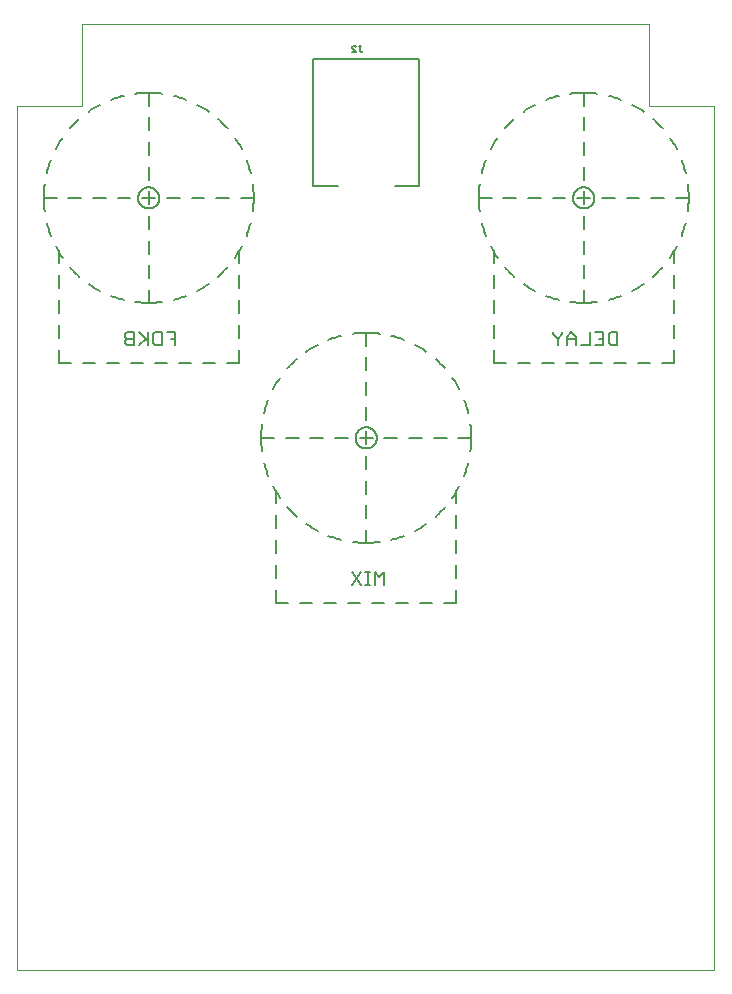
<source format=gbo>
G75*
%MOIN*%
%OFA0B0*%
%FSLAX25Y25*%
%IPPOS*%
%LPD*%
%AMOC8*
5,1,8,0,0,1.08239X$1,22.5*
%
%ADD10C,0.00500*%
%ADD11C,0.00600*%
%ADD12C,0.00800*%
%ADD13C,0.00000*%
D10*
X0091250Y0157563D02*
X0095305Y0157563D01*
X0091250Y0157563D02*
X0091250Y0161901D01*
X0091250Y0165838D02*
X0091250Y0170176D01*
X0091250Y0174113D02*
X0091250Y0178450D01*
X0091250Y0182387D02*
X0091250Y0186725D01*
X0091250Y0190662D02*
X0091250Y0195000D01*
X0090528Y0212500D02*
X0086250Y0212500D01*
X0094465Y0212500D02*
X0098743Y0212500D01*
X0102680Y0212500D02*
X0106959Y0212500D01*
X0110896Y0212500D02*
X0115174Y0212500D01*
X0119111Y0212500D02*
X0123389Y0212500D01*
X0155243Y0220835D02*
X0155057Y0221558D01*
X0154857Y0222277D01*
X0154640Y0222992D01*
X0154409Y0223702D01*
X0154163Y0224407D01*
X0153901Y0225106D01*
X0151972Y0212500D02*
X0156250Y0212500D01*
X0148035Y0212500D02*
X0143757Y0212500D01*
X0139820Y0212500D02*
X0135541Y0212500D01*
X0131604Y0212500D02*
X0127326Y0212500D01*
X0147531Y0235615D02*
X0147032Y0236171D01*
X0146521Y0236715D01*
X0145999Y0237249D01*
X0145465Y0237771D01*
X0144921Y0238282D01*
X0144365Y0238781D01*
X0163750Y0237563D02*
X0167805Y0237563D01*
X0171742Y0237563D02*
X0175797Y0237563D01*
X0179734Y0237563D02*
X0183789Y0237563D01*
X0187726Y0237563D02*
X0191781Y0237563D01*
X0195719Y0237563D02*
X0199774Y0237563D01*
X0203711Y0237563D02*
X0207766Y0237563D01*
X0211703Y0237563D02*
X0215758Y0237563D01*
X0219695Y0237563D02*
X0223750Y0237563D01*
X0223750Y0241901D01*
X0223750Y0245838D02*
X0223750Y0250176D01*
X0223750Y0254113D02*
X0223750Y0258450D01*
X0223750Y0262387D02*
X0223750Y0266725D01*
X0223750Y0270662D02*
X0223750Y0275000D01*
X0224472Y0292500D02*
X0228750Y0292500D01*
X0220535Y0292500D02*
X0216257Y0292500D01*
X0212320Y0292500D02*
X0208041Y0292500D01*
X0204104Y0292500D02*
X0199826Y0292500D01*
X0195889Y0292500D02*
X0191611Y0292500D01*
X0159757Y0300835D02*
X0159943Y0301558D01*
X0160143Y0302277D01*
X0160360Y0302992D01*
X0160591Y0303702D01*
X0160837Y0304407D01*
X0161099Y0305106D01*
X0163028Y0292500D02*
X0158750Y0292500D01*
X0166965Y0292500D02*
X0171243Y0292500D01*
X0175180Y0292500D02*
X0179459Y0292500D01*
X0183396Y0292500D02*
X0187674Y0292500D01*
X0167469Y0315615D02*
X0167968Y0316171D01*
X0168479Y0316715D01*
X0169001Y0317249D01*
X0169535Y0317771D01*
X0170079Y0318282D01*
X0170635Y0318781D01*
X0193750Y0319285D02*
X0193750Y0315007D01*
X0193750Y0311070D02*
X0193750Y0306791D01*
X0193750Y0302854D02*
X0193750Y0298576D01*
X0193750Y0294639D02*
X0193750Y0290361D01*
X0185414Y0258507D02*
X0184691Y0258693D01*
X0183972Y0258894D01*
X0183258Y0259110D01*
X0182548Y0259341D01*
X0181843Y0259588D01*
X0181144Y0259849D01*
X0193750Y0261778D02*
X0193750Y0257500D01*
X0193750Y0265715D02*
X0193750Y0269993D01*
X0193750Y0273930D02*
X0193750Y0278209D01*
X0193750Y0282146D02*
X0193750Y0286424D01*
X0202086Y0258507D02*
X0202809Y0258693D01*
X0203528Y0258894D01*
X0204242Y0259110D01*
X0204952Y0259341D01*
X0205657Y0259588D01*
X0206356Y0259849D01*
X0165041Y0272481D02*
X0164620Y0273098D01*
X0164213Y0273723D01*
X0163819Y0274357D01*
X0163439Y0275000D01*
X0163073Y0275650D01*
X0162720Y0276309D01*
X0163750Y0275000D02*
X0163750Y0270662D01*
X0163750Y0266725D02*
X0163750Y0262387D01*
X0163750Y0258450D02*
X0163750Y0254113D01*
X0163750Y0250176D02*
X0163750Y0245838D01*
X0163750Y0241901D02*
X0163750Y0237563D01*
X0151250Y0195000D02*
X0151250Y0190662D01*
X0151250Y0186725D02*
X0151250Y0182387D01*
X0151250Y0178450D02*
X0151250Y0174113D01*
X0151250Y0170176D02*
X0151250Y0165838D01*
X0151250Y0161901D02*
X0151250Y0157563D01*
X0147195Y0157563D01*
X0143258Y0157563D02*
X0139203Y0157563D01*
X0135266Y0157563D02*
X0131211Y0157563D01*
X0127274Y0157563D02*
X0123219Y0157563D01*
X0119281Y0157563D02*
X0115226Y0157563D01*
X0111289Y0157563D02*
X0107234Y0157563D01*
X0103297Y0157563D02*
X0099242Y0157563D01*
X0121250Y0177500D02*
X0121250Y0181778D01*
X0121250Y0185715D02*
X0121250Y0189993D01*
X0121250Y0193930D02*
X0121250Y0198209D01*
X0121250Y0202146D02*
X0121250Y0206424D01*
X0121250Y0210361D02*
X0121250Y0214639D01*
X0129585Y0246493D02*
X0130308Y0246307D01*
X0131027Y0246107D01*
X0131742Y0245890D01*
X0132452Y0245659D01*
X0133157Y0245413D01*
X0133856Y0245151D01*
X0121250Y0243222D02*
X0121250Y0247500D01*
X0121250Y0239285D02*
X0121250Y0235007D01*
X0121250Y0231070D02*
X0121250Y0226791D01*
X0121250Y0222854D02*
X0121250Y0218576D01*
X0112915Y0246493D02*
X0112192Y0246307D01*
X0111473Y0246107D01*
X0110758Y0245890D01*
X0110048Y0245659D01*
X0109343Y0245413D01*
X0108644Y0245151D01*
X0098135Y0238781D02*
X0097579Y0238282D01*
X0097035Y0237771D01*
X0096501Y0237249D01*
X0095979Y0236715D01*
X0095468Y0236171D01*
X0094969Y0235615D01*
X0078750Y0237563D02*
X0074695Y0237563D01*
X0078750Y0237563D02*
X0078750Y0241901D01*
X0078750Y0245838D02*
X0078750Y0250176D01*
X0078750Y0254113D02*
X0078750Y0258450D01*
X0078750Y0262387D02*
X0078750Y0266725D01*
X0078750Y0270662D02*
X0078750Y0275000D01*
X0079472Y0292500D02*
X0083750Y0292500D01*
X0075535Y0292500D02*
X0071257Y0292500D01*
X0067320Y0292500D02*
X0063041Y0292500D01*
X0059104Y0292500D02*
X0054826Y0292500D01*
X0050889Y0292500D02*
X0046611Y0292500D01*
X0014757Y0300835D02*
X0014943Y0301558D01*
X0015143Y0302277D01*
X0015360Y0302992D01*
X0015591Y0303702D01*
X0015837Y0304407D01*
X0016099Y0305106D01*
X0018028Y0292500D02*
X0013750Y0292500D01*
X0021965Y0292500D02*
X0026243Y0292500D01*
X0030180Y0292500D02*
X0034459Y0292500D01*
X0038396Y0292500D02*
X0042674Y0292500D01*
X0022469Y0315615D02*
X0022968Y0316171D01*
X0023479Y0316715D01*
X0024001Y0317249D01*
X0024535Y0317771D01*
X0025079Y0318282D01*
X0025635Y0318781D01*
X0048750Y0319285D02*
X0048750Y0315007D01*
X0048750Y0311070D02*
X0048750Y0306791D01*
X0048750Y0302854D02*
X0048750Y0298576D01*
X0048750Y0294639D02*
X0048750Y0290361D01*
X0040414Y0258507D02*
X0039691Y0258693D01*
X0038972Y0258894D01*
X0038258Y0259110D01*
X0037548Y0259341D01*
X0036843Y0259588D01*
X0036144Y0259849D01*
X0048750Y0261778D02*
X0048750Y0257500D01*
X0048750Y0265715D02*
X0048750Y0269993D01*
X0048750Y0273930D02*
X0048750Y0278209D01*
X0048750Y0282146D02*
X0048750Y0286424D01*
X0057086Y0258507D02*
X0057809Y0258693D01*
X0058528Y0258894D01*
X0059242Y0259110D01*
X0059952Y0259341D01*
X0060657Y0259588D01*
X0061356Y0259849D01*
X0062766Y0237563D02*
X0058711Y0237563D01*
X0054774Y0237563D02*
X0050719Y0237563D01*
X0046781Y0237563D02*
X0042726Y0237563D01*
X0038789Y0237563D02*
X0034734Y0237563D01*
X0030797Y0237563D02*
X0026742Y0237563D01*
X0022805Y0237563D02*
X0018750Y0237563D01*
X0018750Y0241901D01*
X0018750Y0245838D02*
X0018750Y0250176D01*
X0018750Y0254113D02*
X0018750Y0258450D01*
X0018750Y0262387D02*
X0018750Y0266725D01*
X0018750Y0270662D02*
X0018750Y0275000D01*
X0044283Y0327214D02*
X0045025Y0327301D01*
X0045768Y0327373D01*
X0046512Y0327428D01*
X0047258Y0327468D01*
X0048004Y0327492D01*
X0048750Y0327500D01*
X0048750Y0323222D01*
X0057085Y0326493D02*
X0057808Y0326307D01*
X0058527Y0326107D01*
X0059242Y0325890D01*
X0059952Y0325659D01*
X0060657Y0325413D01*
X0061356Y0325151D01*
X0071865Y0318781D02*
X0072421Y0318282D01*
X0072965Y0317771D01*
X0073499Y0317249D01*
X0074021Y0316715D01*
X0074532Y0316171D01*
X0075031Y0315615D01*
X0081401Y0305106D02*
X0081663Y0304407D01*
X0081909Y0303702D01*
X0082140Y0302992D01*
X0082357Y0302277D01*
X0082557Y0301558D01*
X0082743Y0300835D01*
X0083464Y0296967D02*
X0083551Y0296225D01*
X0083623Y0295482D01*
X0083678Y0294738D01*
X0083718Y0293992D01*
X0083742Y0293246D01*
X0083750Y0292500D01*
X0116542Y0341150D02*
X0117810Y0341150D01*
X0116542Y0342418D01*
X0116542Y0342735D01*
X0116859Y0343052D01*
X0117493Y0343052D01*
X0117810Y0342735D01*
X0118752Y0343052D02*
X0119386Y0343052D01*
X0119069Y0343052D02*
X0119069Y0341467D01*
X0119386Y0341150D01*
X0119703Y0341150D01*
X0120020Y0341467D01*
X0070758Y0237563D02*
X0066703Y0237563D01*
X0020041Y0272481D02*
X0019620Y0273098D01*
X0019213Y0273723D01*
X0018819Y0274357D01*
X0018439Y0275000D01*
X0018073Y0275650D01*
X0017720Y0276309D01*
X0017720Y0308691D02*
X0018073Y0309349D01*
X0018439Y0310000D01*
X0018819Y0310642D01*
X0019213Y0311277D01*
X0019620Y0311902D01*
X0020041Y0312519D01*
X0036144Y0325151D02*
X0036843Y0325413D01*
X0037548Y0325659D01*
X0038258Y0325890D01*
X0038973Y0326107D01*
X0039692Y0326307D01*
X0040415Y0326493D01*
X0014036Y0296967D02*
X0013949Y0296225D01*
X0013877Y0295482D01*
X0013822Y0294738D01*
X0013782Y0293992D01*
X0013758Y0293246D01*
X0013750Y0292500D01*
X0028731Y0321209D02*
X0029348Y0321630D01*
X0029973Y0322037D01*
X0030608Y0322431D01*
X0031250Y0322811D01*
X0031901Y0323177D01*
X0032559Y0323530D01*
X0064941Y0323530D02*
X0065599Y0323177D01*
X0066250Y0322811D01*
X0066892Y0322431D01*
X0067527Y0322037D01*
X0068152Y0321630D01*
X0068769Y0321209D01*
X0053217Y0327214D02*
X0052475Y0327301D01*
X0051732Y0327373D01*
X0050988Y0327428D01*
X0050242Y0327468D01*
X0049496Y0327492D01*
X0048750Y0327500D01*
X0077459Y0312519D02*
X0077880Y0311902D01*
X0078287Y0311277D01*
X0078681Y0310642D01*
X0079061Y0310000D01*
X0079427Y0309349D01*
X0079780Y0308691D01*
X0013750Y0292500D02*
X0013758Y0291753D01*
X0013782Y0291007D01*
X0013822Y0290262D01*
X0013877Y0289517D01*
X0013949Y0288774D01*
X0014036Y0288033D01*
X0048750Y0257500D02*
X0049497Y0257508D01*
X0050243Y0257532D01*
X0050988Y0257572D01*
X0051733Y0257627D01*
X0052476Y0257699D01*
X0053217Y0257786D01*
X0025635Y0266219D02*
X0025079Y0266718D01*
X0024535Y0267229D01*
X0024001Y0267751D01*
X0023479Y0268285D01*
X0022968Y0268829D01*
X0022469Y0269385D01*
X0077459Y0272481D02*
X0077880Y0273098D01*
X0078287Y0273723D01*
X0078681Y0274357D01*
X0079061Y0275000D01*
X0079427Y0275650D01*
X0079780Y0276309D01*
X0048750Y0257500D02*
X0048003Y0257508D01*
X0047257Y0257532D01*
X0046512Y0257572D01*
X0045767Y0257627D01*
X0045024Y0257699D01*
X0044283Y0257786D01*
X0071865Y0266219D02*
X0072421Y0266718D01*
X0072965Y0267229D01*
X0073499Y0267751D01*
X0074021Y0268285D01*
X0074532Y0268829D01*
X0075031Y0269385D01*
X0045215Y0292500D02*
X0045217Y0292619D01*
X0045223Y0292737D01*
X0045233Y0292856D01*
X0045247Y0292974D01*
X0045265Y0293091D01*
X0045287Y0293208D01*
X0045312Y0293324D01*
X0045342Y0293439D01*
X0045375Y0293553D01*
X0045413Y0293666D01*
X0045454Y0293777D01*
X0045498Y0293887D01*
X0045547Y0293995D01*
X0045599Y0294102D01*
X0045655Y0294207D01*
X0045714Y0294310D01*
X0045776Y0294411D01*
X0045842Y0294510D01*
X0045911Y0294607D01*
X0045984Y0294701D01*
X0046059Y0294792D01*
X0046138Y0294882D01*
X0046219Y0294968D01*
X0046303Y0295052D01*
X0046391Y0295132D01*
X0046480Y0295210D01*
X0046573Y0295285D01*
X0046667Y0295356D01*
X0046765Y0295425D01*
X0046864Y0295490D01*
X0046965Y0295551D01*
X0047069Y0295610D01*
X0047174Y0295664D01*
X0047282Y0295716D01*
X0047390Y0295763D01*
X0047501Y0295807D01*
X0047613Y0295847D01*
X0047726Y0295883D01*
X0047840Y0295916D01*
X0047955Y0295944D01*
X0048071Y0295969D01*
X0048188Y0295990D01*
X0048306Y0296007D01*
X0048424Y0296020D01*
X0048542Y0296029D01*
X0048661Y0296034D01*
X0048780Y0296035D01*
X0048898Y0296032D01*
X0049017Y0296025D01*
X0049135Y0296014D01*
X0049253Y0295999D01*
X0049370Y0295980D01*
X0049487Y0295957D01*
X0049603Y0295931D01*
X0049717Y0295900D01*
X0049831Y0295866D01*
X0049944Y0295827D01*
X0050055Y0295785D01*
X0050164Y0295740D01*
X0050272Y0295690D01*
X0050379Y0295637D01*
X0050483Y0295581D01*
X0050586Y0295521D01*
X0050686Y0295458D01*
X0050784Y0295391D01*
X0050880Y0295321D01*
X0050974Y0295248D01*
X0051065Y0295172D01*
X0051153Y0295092D01*
X0051239Y0295010D01*
X0051322Y0294925D01*
X0051402Y0294837D01*
X0051479Y0294747D01*
X0051553Y0294654D01*
X0051624Y0294559D01*
X0051691Y0294461D01*
X0051756Y0294361D01*
X0051816Y0294259D01*
X0051874Y0294155D01*
X0051928Y0294049D01*
X0051978Y0293941D01*
X0052024Y0293832D01*
X0052067Y0293721D01*
X0052106Y0293609D01*
X0052142Y0293496D01*
X0052173Y0293381D01*
X0052201Y0293266D01*
X0052225Y0293150D01*
X0052245Y0293032D01*
X0052261Y0292915D01*
X0052273Y0292797D01*
X0052281Y0292678D01*
X0052285Y0292559D01*
X0052285Y0292441D01*
X0052281Y0292322D01*
X0052273Y0292203D01*
X0052261Y0292085D01*
X0052245Y0291968D01*
X0052225Y0291850D01*
X0052201Y0291734D01*
X0052173Y0291619D01*
X0052142Y0291504D01*
X0052106Y0291391D01*
X0052067Y0291279D01*
X0052024Y0291168D01*
X0051978Y0291059D01*
X0051928Y0290951D01*
X0051874Y0290845D01*
X0051816Y0290741D01*
X0051756Y0290639D01*
X0051691Y0290539D01*
X0051624Y0290441D01*
X0051553Y0290346D01*
X0051479Y0290253D01*
X0051402Y0290163D01*
X0051322Y0290075D01*
X0051239Y0289990D01*
X0051153Y0289908D01*
X0051065Y0289828D01*
X0050974Y0289752D01*
X0050880Y0289679D01*
X0050784Y0289609D01*
X0050686Y0289542D01*
X0050586Y0289479D01*
X0050483Y0289419D01*
X0050379Y0289363D01*
X0050272Y0289310D01*
X0050164Y0289260D01*
X0050055Y0289215D01*
X0049944Y0289173D01*
X0049831Y0289134D01*
X0049717Y0289100D01*
X0049603Y0289069D01*
X0049487Y0289043D01*
X0049370Y0289020D01*
X0049253Y0289001D01*
X0049135Y0288986D01*
X0049017Y0288975D01*
X0048898Y0288968D01*
X0048780Y0288965D01*
X0048661Y0288966D01*
X0048542Y0288971D01*
X0048424Y0288980D01*
X0048306Y0288993D01*
X0048188Y0289010D01*
X0048071Y0289031D01*
X0047955Y0289056D01*
X0047840Y0289084D01*
X0047726Y0289117D01*
X0047613Y0289153D01*
X0047501Y0289193D01*
X0047390Y0289237D01*
X0047282Y0289284D01*
X0047174Y0289336D01*
X0047069Y0289390D01*
X0046965Y0289449D01*
X0046864Y0289510D01*
X0046765Y0289575D01*
X0046667Y0289644D01*
X0046573Y0289715D01*
X0046480Y0289790D01*
X0046391Y0289868D01*
X0046303Y0289948D01*
X0046219Y0290032D01*
X0046138Y0290118D01*
X0046059Y0290208D01*
X0045984Y0290299D01*
X0045911Y0290393D01*
X0045842Y0290490D01*
X0045776Y0290589D01*
X0045714Y0290690D01*
X0045655Y0290793D01*
X0045599Y0290898D01*
X0045547Y0291005D01*
X0045498Y0291113D01*
X0045454Y0291223D01*
X0045413Y0291334D01*
X0045375Y0291447D01*
X0045342Y0291561D01*
X0045312Y0291676D01*
X0045287Y0291792D01*
X0045265Y0291909D01*
X0045247Y0292026D01*
X0045233Y0292144D01*
X0045223Y0292263D01*
X0045217Y0292381D01*
X0045215Y0292500D01*
X0014757Y0284164D02*
X0014943Y0283441D01*
X0015144Y0282722D01*
X0015360Y0282008D01*
X0015591Y0281298D01*
X0015838Y0280593D01*
X0016099Y0279894D01*
X0083464Y0288033D02*
X0083551Y0288774D01*
X0083623Y0289517D01*
X0083678Y0290262D01*
X0083718Y0291007D01*
X0083742Y0291753D01*
X0083750Y0292500D01*
X0082743Y0284164D02*
X0082557Y0283441D01*
X0082356Y0282722D01*
X0082140Y0282008D01*
X0081909Y0281298D01*
X0081662Y0280593D01*
X0081401Y0279894D01*
X0032559Y0261470D02*
X0031900Y0261823D01*
X0031250Y0262189D01*
X0030607Y0262569D01*
X0029973Y0262963D01*
X0029348Y0263370D01*
X0028731Y0263791D01*
X0064941Y0261470D02*
X0065600Y0261823D01*
X0066250Y0262189D01*
X0066893Y0262569D01*
X0067527Y0262963D01*
X0068152Y0263370D01*
X0068769Y0263791D01*
X0088599Y0225106D02*
X0088337Y0224407D01*
X0088091Y0223702D01*
X0087860Y0222992D01*
X0087643Y0222277D01*
X0087443Y0221558D01*
X0087257Y0220835D01*
X0116783Y0247214D02*
X0117525Y0247301D01*
X0118268Y0247373D01*
X0119012Y0247428D01*
X0119758Y0247468D01*
X0120504Y0247492D01*
X0121250Y0247500D01*
X0155964Y0216967D02*
X0156051Y0216225D01*
X0156123Y0215482D01*
X0156178Y0214738D01*
X0156218Y0213992D01*
X0156242Y0213246D01*
X0156250Y0212500D01*
X0152280Y0228691D02*
X0151927Y0229349D01*
X0151561Y0230000D01*
X0151181Y0230642D01*
X0150787Y0231277D01*
X0150380Y0231902D01*
X0149959Y0232519D01*
X0125717Y0247214D02*
X0124975Y0247301D01*
X0124232Y0247373D01*
X0123488Y0247428D01*
X0122742Y0247468D01*
X0121996Y0247492D01*
X0121250Y0247500D01*
X0137441Y0243530D02*
X0138099Y0243177D01*
X0138750Y0242811D01*
X0139392Y0242431D01*
X0140027Y0242037D01*
X0140652Y0241630D01*
X0141269Y0241209D01*
X0105059Y0243530D02*
X0104401Y0243177D01*
X0103750Y0242811D01*
X0103108Y0242431D01*
X0102473Y0242037D01*
X0101848Y0241630D01*
X0101231Y0241209D01*
X0086536Y0216967D02*
X0086449Y0216225D01*
X0086377Y0215482D01*
X0086322Y0214738D01*
X0086282Y0213992D01*
X0086258Y0213246D01*
X0086250Y0212500D01*
X0090220Y0228691D02*
X0090573Y0229349D01*
X0090939Y0230000D01*
X0091319Y0230642D01*
X0091713Y0231277D01*
X0092120Y0231902D01*
X0092541Y0232519D01*
X0087257Y0204164D02*
X0087443Y0203441D01*
X0087644Y0202722D01*
X0087860Y0202008D01*
X0088091Y0201298D01*
X0088338Y0200593D01*
X0088599Y0199894D01*
X0129586Y0178507D02*
X0130309Y0178693D01*
X0131028Y0178894D01*
X0131742Y0179110D01*
X0132452Y0179341D01*
X0133157Y0179588D01*
X0133856Y0179849D01*
X0112914Y0178507D02*
X0112191Y0178693D01*
X0111472Y0178894D01*
X0110758Y0179110D01*
X0110048Y0179341D01*
X0109343Y0179588D01*
X0108644Y0179849D01*
X0149959Y0192481D02*
X0150380Y0193098D01*
X0150787Y0193723D01*
X0151181Y0194357D01*
X0151561Y0195000D01*
X0151927Y0195650D01*
X0152280Y0196309D01*
X0092541Y0192481D02*
X0092120Y0193098D01*
X0091713Y0193723D01*
X0091319Y0194357D01*
X0090939Y0195000D01*
X0090573Y0195650D01*
X0090220Y0196309D01*
X0121250Y0177500D02*
X0121997Y0177508D01*
X0122743Y0177532D01*
X0123488Y0177572D01*
X0124233Y0177627D01*
X0124976Y0177699D01*
X0125717Y0177786D01*
X0098135Y0186219D02*
X0097579Y0186718D01*
X0097035Y0187229D01*
X0096501Y0187751D01*
X0095979Y0188285D01*
X0095468Y0188829D01*
X0094969Y0189385D01*
X0144365Y0186219D02*
X0144921Y0186718D01*
X0145465Y0187229D01*
X0145999Y0187751D01*
X0146521Y0188285D01*
X0147032Y0188829D01*
X0147531Y0189385D01*
X0121250Y0177500D02*
X0120503Y0177508D01*
X0119757Y0177532D01*
X0119012Y0177572D01*
X0118267Y0177627D01*
X0117524Y0177699D01*
X0116783Y0177786D01*
X0117715Y0212500D02*
X0117717Y0212619D01*
X0117723Y0212737D01*
X0117733Y0212856D01*
X0117747Y0212974D01*
X0117765Y0213091D01*
X0117787Y0213208D01*
X0117812Y0213324D01*
X0117842Y0213439D01*
X0117875Y0213553D01*
X0117913Y0213666D01*
X0117954Y0213777D01*
X0117998Y0213887D01*
X0118047Y0213995D01*
X0118099Y0214102D01*
X0118155Y0214207D01*
X0118214Y0214310D01*
X0118276Y0214411D01*
X0118342Y0214510D01*
X0118411Y0214607D01*
X0118484Y0214701D01*
X0118559Y0214792D01*
X0118638Y0214882D01*
X0118719Y0214968D01*
X0118803Y0215052D01*
X0118891Y0215132D01*
X0118980Y0215210D01*
X0119073Y0215285D01*
X0119167Y0215356D01*
X0119265Y0215425D01*
X0119364Y0215490D01*
X0119465Y0215551D01*
X0119569Y0215610D01*
X0119674Y0215664D01*
X0119782Y0215716D01*
X0119890Y0215763D01*
X0120001Y0215807D01*
X0120113Y0215847D01*
X0120226Y0215883D01*
X0120340Y0215916D01*
X0120455Y0215944D01*
X0120571Y0215969D01*
X0120688Y0215990D01*
X0120806Y0216007D01*
X0120924Y0216020D01*
X0121042Y0216029D01*
X0121161Y0216034D01*
X0121280Y0216035D01*
X0121398Y0216032D01*
X0121517Y0216025D01*
X0121635Y0216014D01*
X0121753Y0215999D01*
X0121870Y0215980D01*
X0121987Y0215957D01*
X0122103Y0215931D01*
X0122217Y0215900D01*
X0122331Y0215866D01*
X0122444Y0215827D01*
X0122555Y0215785D01*
X0122664Y0215740D01*
X0122772Y0215690D01*
X0122879Y0215637D01*
X0122983Y0215581D01*
X0123086Y0215521D01*
X0123186Y0215458D01*
X0123284Y0215391D01*
X0123380Y0215321D01*
X0123474Y0215248D01*
X0123565Y0215172D01*
X0123653Y0215092D01*
X0123739Y0215010D01*
X0123822Y0214925D01*
X0123902Y0214837D01*
X0123979Y0214747D01*
X0124053Y0214654D01*
X0124124Y0214559D01*
X0124191Y0214461D01*
X0124256Y0214361D01*
X0124316Y0214259D01*
X0124374Y0214155D01*
X0124428Y0214049D01*
X0124478Y0213941D01*
X0124524Y0213832D01*
X0124567Y0213721D01*
X0124606Y0213609D01*
X0124642Y0213496D01*
X0124673Y0213381D01*
X0124701Y0213266D01*
X0124725Y0213150D01*
X0124745Y0213032D01*
X0124761Y0212915D01*
X0124773Y0212797D01*
X0124781Y0212678D01*
X0124785Y0212559D01*
X0124785Y0212441D01*
X0124781Y0212322D01*
X0124773Y0212203D01*
X0124761Y0212085D01*
X0124745Y0211968D01*
X0124725Y0211850D01*
X0124701Y0211734D01*
X0124673Y0211619D01*
X0124642Y0211504D01*
X0124606Y0211391D01*
X0124567Y0211279D01*
X0124524Y0211168D01*
X0124478Y0211059D01*
X0124428Y0210951D01*
X0124374Y0210845D01*
X0124316Y0210741D01*
X0124256Y0210639D01*
X0124191Y0210539D01*
X0124124Y0210441D01*
X0124053Y0210346D01*
X0123979Y0210253D01*
X0123902Y0210163D01*
X0123822Y0210075D01*
X0123739Y0209990D01*
X0123653Y0209908D01*
X0123565Y0209828D01*
X0123474Y0209752D01*
X0123380Y0209679D01*
X0123284Y0209609D01*
X0123186Y0209542D01*
X0123086Y0209479D01*
X0122983Y0209419D01*
X0122879Y0209363D01*
X0122772Y0209310D01*
X0122664Y0209260D01*
X0122555Y0209215D01*
X0122444Y0209173D01*
X0122331Y0209134D01*
X0122217Y0209100D01*
X0122103Y0209069D01*
X0121987Y0209043D01*
X0121870Y0209020D01*
X0121753Y0209001D01*
X0121635Y0208986D01*
X0121517Y0208975D01*
X0121398Y0208968D01*
X0121280Y0208965D01*
X0121161Y0208966D01*
X0121042Y0208971D01*
X0120924Y0208980D01*
X0120806Y0208993D01*
X0120688Y0209010D01*
X0120571Y0209031D01*
X0120455Y0209056D01*
X0120340Y0209084D01*
X0120226Y0209117D01*
X0120113Y0209153D01*
X0120001Y0209193D01*
X0119890Y0209237D01*
X0119782Y0209284D01*
X0119674Y0209336D01*
X0119569Y0209390D01*
X0119465Y0209449D01*
X0119364Y0209510D01*
X0119265Y0209575D01*
X0119167Y0209644D01*
X0119073Y0209715D01*
X0118980Y0209790D01*
X0118891Y0209868D01*
X0118803Y0209948D01*
X0118719Y0210032D01*
X0118638Y0210118D01*
X0118559Y0210208D01*
X0118484Y0210299D01*
X0118411Y0210393D01*
X0118342Y0210490D01*
X0118276Y0210589D01*
X0118214Y0210690D01*
X0118155Y0210793D01*
X0118099Y0210898D01*
X0118047Y0211005D01*
X0117998Y0211113D01*
X0117954Y0211223D01*
X0117913Y0211334D01*
X0117875Y0211447D01*
X0117842Y0211561D01*
X0117812Y0211676D01*
X0117787Y0211792D01*
X0117765Y0211909D01*
X0117747Y0212026D01*
X0117733Y0212144D01*
X0117723Y0212263D01*
X0117717Y0212381D01*
X0117715Y0212500D01*
X0155964Y0208033D02*
X0156051Y0208774D01*
X0156123Y0209517D01*
X0156178Y0210262D01*
X0156218Y0211007D01*
X0156242Y0211753D01*
X0156250Y0212500D01*
X0086536Y0208033D02*
X0086449Y0208774D01*
X0086377Y0209517D01*
X0086322Y0210262D01*
X0086282Y0211007D01*
X0086258Y0211753D01*
X0086250Y0212500D01*
X0137441Y0181470D02*
X0138100Y0181823D01*
X0138750Y0182189D01*
X0139393Y0182569D01*
X0140027Y0182963D01*
X0140652Y0183370D01*
X0141269Y0183791D01*
X0105059Y0181470D02*
X0104400Y0181823D01*
X0103750Y0182189D01*
X0103107Y0182569D01*
X0102473Y0182963D01*
X0101848Y0183370D01*
X0101231Y0183791D01*
X0153901Y0199894D02*
X0154162Y0200593D01*
X0154409Y0201298D01*
X0154640Y0202008D01*
X0154856Y0202722D01*
X0155057Y0203441D01*
X0155243Y0204164D01*
X0193750Y0257500D02*
X0194497Y0257508D01*
X0195243Y0257532D01*
X0195988Y0257572D01*
X0196733Y0257627D01*
X0197476Y0257699D01*
X0198217Y0257786D01*
X0170635Y0266219D02*
X0170079Y0266718D01*
X0169535Y0267229D01*
X0169001Y0267751D01*
X0168479Y0268285D01*
X0167968Y0268829D01*
X0167469Y0269385D01*
X0162720Y0308691D02*
X0163073Y0309349D01*
X0163439Y0310000D01*
X0163819Y0310642D01*
X0164213Y0311277D01*
X0164620Y0311902D01*
X0165041Y0312519D01*
X0193750Y0323222D02*
X0193750Y0327500D01*
X0202085Y0326493D02*
X0202808Y0326307D01*
X0203527Y0326107D01*
X0204242Y0325890D01*
X0204952Y0325659D01*
X0205657Y0325413D01*
X0206356Y0325151D01*
X0216865Y0318781D02*
X0217421Y0318282D01*
X0217965Y0317771D01*
X0218499Y0317249D01*
X0219021Y0316715D01*
X0219532Y0316171D01*
X0220031Y0315615D01*
X0226401Y0305106D02*
X0226663Y0304407D01*
X0226909Y0303702D01*
X0227140Y0302992D01*
X0227357Y0302277D01*
X0227557Y0301558D01*
X0227743Y0300835D01*
X0228464Y0296967D02*
X0228551Y0296225D01*
X0228623Y0295482D01*
X0228678Y0294738D01*
X0228718Y0293992D01*
X0228742Y0293246D01*
X0228750Y0292500D01*
X0224780Y0308691D02*
X0224427Y0309349D01*
X0224061Y0310000D01*
X0223681Y0310642D01*
X0223287Y0311277D01*
X0222880Y0311902D01*
X0222459Y0312519D01*
X0198217Y0327214D02*
X0197475Y0327301D01*
X0196732Y0327373D01*
X0195988Y0327428D01*
X0195242Y0327468D01*
X0194496Y0327492D01*
X0193750Y0327500D01*
X0185415Y0326493D02*
X0184692Y0326307D01*
X0183973Y0326107D01*
X0183258Y0325890D01*
X0182548Y0325659D01*
X0181843Y0325413D01*
X0181144Y0325151D01*
X0189283Y0327214D02*
X0190025Y0327301D01*
X0190768Y0327373D01*
X0191512Y0327428D01*
X0192258Y0327468D01*
X0193004Y0327492D01*
X0193750Y0327500D01*
X0209941Y0323530D02*
X0210599Y0323177D01*
X0211250Y0322811D01*
X0211892Y0322431D01*
X0212527Y0322037D01*
X0213152Y0321630D01*
X0213769Y0321209D01*
X0177559Y0323530D02*
X0176901Y0323177D01*
X0176250Y0322811D01*
X0175608Y0322431D01*
X0174973Y0322037D01*
X0174348Y0321630D01*
X0173731Y0321209D01*
X0159036Y0296967D02*
X0158949Y0296225D01*
X0158877Y0295482D01*
X0158822Y0294738D01*
X0158782Y0293992D01*
X0158758Y0293246D01*
X0158750Y0292500D01*
X0222459Y0272481D02*
X0222880Y0273098D01*
X0223287Y0273723D01*
X0223681Y0274357D01*
X0224061Y0275000D01*
X0224427Y0275650D01*
X0224780Y0276309D01*
X0193750Y0257500D02*
X0193003Y0257508D01*
X0192257Y0257532D01*
X0191512Y0257572D01*
X0190767Y0257627D01*
X0190024Y0257699D01*
X0189283Y0257786D01*
X0216865Y0266219D02*
X0217421Y0266718D01*
X0217965Y0267229D01*
X0218499Y0267751D01*
X0219021Y0268285D01*
X0219532Y0268829D01*
X0220031Y0269385D01*
X0159036Y0288033D02*
X0158949Y0288774D01*
X0158877Y0289517D01*
X0158822Y0290262D01*
X0158782Y0291007D01*
X0158758Y0291753D01*
X0158750Y0292500D01*
X0159757Y0284164D02*
X0159943Y0283441D01*
X0160144Y0282722D01*
X0160360Y0282008D01*
X0160591Y0281298D01*
X0160838Y0280593D01*
X0161099Y0279894D01*
X0228464Y0288033D02*
X0228551Y0288774D01*
X0228623Y0289517D01*
X0228678Y0290262D01*
X0228718Y0291007D01*
X0228742Y0291753D01*
X0228750Y0292500D01*
X0227743Y0284164D02*
X0227557Y0283441D01*
X0227356Y0282722D01*
X0227140Y0282008D01*
X0226909Y0281298D01*
X0226662Y0280593D01*
X0226401Y0279894D01*
X0190215Y0292500D02*
X0190217Y0292619D01*
X0190223Y0292737D01*
X0190233Y0292856D01*
X0190247Y0292974D01*
X0190265Y0293091D01*
X0190287Y0293208D01*
X0190312Y0293324D01*
X0190342Y0293439D01*
X0190375Y0293553D01*
X0190413Y0293666D01*
X0190454Y0293777D01*
X0190498Y0293887D01*
X0190547Y0293995D01*
X0190599Y0294102D01*
X0190655Y0294207D01*
X0190714Y0294310D01*
X0190776Y0294411D01*
X0190842Y0294510D01*
X0190911Y0294607D01*
X0190984Y0294701D01*
X0191059Y0294792D01*
X0191138Y0294882D01*
X0191219Y0294968D01*
X0191303Y0295052D01*
X0191391Y0295132D01*
X0191480Y0295210D01*
X0191573Y0295285D01*
X0191667Y0295356D01*
X0191765Y0295425D01*
X0191864Y0295490D01*
X0191965Y0295551D01*
X0192069Y0295610D01*
X0192174Y0295664D01*
X0192282Y0295716D01*
X0192390Y0295763D01*
X0192501Y0295807D01*
X0192613Y0295847D01*
X0192726Y0295883D01*
X0192840Y0295916D01*
X0192955Y0295944D01*
X0193071Y0295969D01*
X0193188Y0295990D01*
X0193306Y0296007D01*
X0193424Y0296020D01*
X0193542Y0296029D01*
X0193661Y0296034D01*
X0193780Y0296035D01*
X0193898Y0296032D01*
X0194017Y0296025D01*
X0194135Y0296014D01*
X0194253Y0295999D01*
X0194370Y0295980D01*
X0194487Y0295957D01*
X0194603Y0295931D01*
X0194717Y0295900D01*
X0194831Y0295866D01*
X0194944Y0295827D01*
X0195055Y0295785D01*
X0195164Y0295740D01*
X0195272Y0295690D01*
X0195379Y0295637D01*
X0195483Y0295581D01*
X0195586Y0295521D01*
X0195686Y0295458D01*
X0195784Y0295391D01*
X0195880Y0295321D01*
X0195974Y0295248D01*
X0196065Y0295172D01*
X0196153Y0295092D01*
X0196239Y0295010D01*
X0196322Y0294925D01*
X0196402Y0294837D01*
X0196479Y0294747D01*
X0196553Y0294654D01*
X0196624Y0294559D01*
X0196691Y0294461D01*
X0196756Y0294361D01*
X0196816Y0294259D01*
X0196874Y0294155D01*
X0196928Y0294049D01*
X0196978Y0293941D01*
X0197024Y0293832D01*
X0197067Y0293721D01*
X0197106Y0293609D01*
X0197142Y0293496D01*
X0197173Y0293381D01*
X0197201Y0293266D01*
X0197225Y0293150D01*
X0197245Y0293032D01*
X0197261Y0292915D01*
X0197273Y0292797D01*
X0197281Y0292678D01*
X0197285Y0292559D01*
X0197285Y0292441D01*
X0197281Y0292322D01*
X0197273Y0292203D01*
X0197261Y0292085D01*
X0197245Y0291968D01*
X0197225Y0291850D01*
X0197201Y0291734D01*
X0197173Y0291619D01*
X0197142Y0291504D01*
X0197106Y0291391D01*
X0197067Y0291279D01*
X0197024Y0291168D01*
X0196978Y0291059D01*
X0196928Y0290951D01*
X0196874Y0290845D01*
X0196816Y0290741D01*
X0196756Y0290639D01*
X0196691Y0290539D01*
X0196624Y0290441D01*
X0196553Y0290346D01*
X0196479Y0290253D01*
X0196402Y0290163D01*
X0196322Y0290075D01*
X0196239Y0289990D01*
X0196153Y0289908D01*
X0196065Y0289828D01*
X0195974Y0289752D01*
X0195880Y0289679D01*
X0195784Y0289609D01*
X0195686Y0289542D01*
X0195586Y0289479D01*
X0195483Y0289419D01*
X0195379Y0289363D01*
X0195272Y0289310D01*
X0195164Y0289260D01*
X0195055Y0289215D01*
X0194944Y0289173D01*
X0194831Y0289134D01*
X0194717Y0289100D01*
X0194603Y0289069D01*
X0194487Y0289043D01*
X0194370Y0289020D01*
X0194253Y0289001D01*
X0194135Y0288986D01*
X0194017Y0288975D01*
X0193898Y0288968D01*
X0193780Y0288965D01*
X0193661Y0288966D01*
X0193542Y0288971D01*
X0193424Y0288980D01*
X0193306Y0288993D01*
X0193188Y0289010D01*
X0193071Y0289031D01*
X0192955Y0289056D01*
X0192840Y0289084D01*
X0192726Y0289117D01*
X0192613Y0289153D01*
X0192501Y0289193D01*
X0192390Y0289237D01*
X0192282Y0289284D01*
X0192174Y0289336D01*
X0192069Y0289390D01*
X0191965Y0289449D01*
X0191864Y0289510D01*
X0191765Y0289575D01*
X0191667Y0289644D01*
X0191573Y0289715D01*
X0191480Y0289790D01*
X0191391Y0289868D01*
X0191303Y0289948D01*
X0191219Y0290032D01*
X0191138Y0290118D01*
X0191059Y0290208D01*
X0190984Y0290299D01*
X0190911Y0290393D01*
X0190842Y0290490D01*
X0190776Y0290589D01*
X0190714Y0290690D01*
X0190655Y0290793D01*
X0190599Y0290898D01*
X0190547Y0291005D01*
X0190498Y0291113D01*
X0190454Y0291223D01*
X0190413Y0291334D01*
X0190375Y0291447D01*
X0190342Y0291561D01*
X0190312Y0291676D01*
X0190287Y0291792D01*
X0190265Y0291909D01*
X0190247Y0292026D01*
X0190233Y0292144D01*
X0190223Y0292263D01*
X0190217Y0292381D01*
X0190215Y0292500D01*
X0209941Y0261470D02*
X0210600Y0261823D01*
X0211250Y0262189D01*
X0211893Y0262569D01*
X0212527Y0262963D01*
X0213152Y0263370D01*
X0213769Y0263791D01*
X0177559Y0261470D02*
X0176900Y0261823D01*
X0176250Y0262189D01*
X0175607Y0262569D01*
X0174973Y0262963D01*
X0174348Y0263370D01*
X0173731Y0263791D01*
D11*
X0183608Y0247704D02*
X0183608Y0246970D01*
X0185076Y0245502D01*
X0185076Y0243300D01*
X0185076Y0245502D02*
X0186544Y0246970D01*
X0186544Y0247704D01*
X0188212Y0246236D02*
X0188212Y0243300D01*
X0188212Y0245502D02*
X0191148Y0245502D01*
X0191148Y0246236D02*
X0189680Y0247704D01*
X0188212Y0246236D01*
X0191148Y0246236D02*
X0191148Y0243300D01*
X0192816Y0243300D02*
X0195752Y0243300D01*
X0195752Y0247704D01*
X0197420Y0247704D02*
X0200356Y0247704D01*
X0200356Y0243300D01*
X0197420Y0243300D01*
X0198888Y0245502D02*
X0200356Y0245502D01*
X0202024Y0246970D02*
X0202758Y0247704D01*
X0204960Y0247704D01*
X0204960Y0243300D01*
X0202758Y0243300D01*
X0202024Y0244034D01*
X0202024Y0246970D01*
X0127089Y0167704D02*
X0127089Y0163300D01*
X0125621Y0166236D02*
X0124153Y0167704D01*
X0124153Y0163300D01*
X0122485Y0163300D02*
X0121017Y0163300D01*
X0121751Y0163300D02*
X0121751Y0167704D01*
X0122485Y0167704D02*
X0121017Y0167704D01*
X0119415Y0167704D02*
X0116480Y0163300D01*
X0119415Y0163300D02*
X0116480Y0167704D01*
X0125621Y0166236D02*
X0127089Y0167704D01*
X0057658Y0243300D02*
X0057658Y0247704D01*
X0054722Y0247704D01*
X0053054Y0247704D02*
X0050852Y0247704D01*
X0050118Y0246970D01*
X0050118Y0244034D01*
X0050852Y0243300D01*
X0053054Y0243300D01*
X0053054Y0247704D01*
X0056190Y0245502D02*
X0057658Y0245502D01*
X0048450Y0244768D02*
X0045514Y0247704D01*
X0043846Y0247704D02*
X0041644Y0247704D01*
X0040910Y0246970D01*
X0040910Y0246236D01*
X0041644Y0245502D01*
X0043846Y0245502D01*
X0043846Y0243300D02*
X0043846Y0247704D01*
X0041644Y0245502D02*
X0040910Y0244768D01*
X0040910Y0244034D01*
X0041644Y0243300D01*
X0043846Y0243300D01*
X0045514Y0243300D02*
X0047716Y0245502D01*
X0048450Y0247704D02*
X0048450Y0243300D01*
D12*
X0103533Y0296563D02*
X0111801Y0296563D01*
X0103533Y0296563D02*
X0103533Y0338689D01*
X0138967Y0338689D01*
X0138967Y0317823D01*
X0138950Y0318675D02*
X0138950Y0299300D01*
X0138967Y0299319D02*
X0138967Y0296563D01*
X0130699Y0296563D01*
D13*
X0237283Y0035000D02*
X0005000Y0035000D01*
X0005000Y0323031D01*
X0026654Y0323031D01*
X0026654Y0350591D01*
X0215630Y0350591D01*
X0215630Y0323031D01*
X0237283Y0323031D01*
X0237283Y0035000D01*
M02*

</source>
